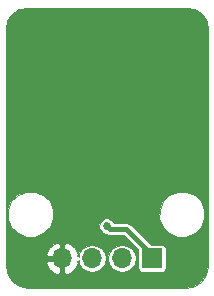
<source format=gbl>
%TF.GenerationSoftware,KiCad,Pcbnew,4.0.7*%
%TF.CreationDate,2018-07-15T20:08:15+02:00*%
%TF.ProjectId,RGBModule,5247424D6F64756C652E6B696361645F,rev?*%
%TF.FileFunction,Copper,L2,Bot,Signal*%
%FSLAX46Y46*%
G04 Gerber Fmt 4.6, Leading zero omitted, Abs format (unit mm)*
G04 Created by KiCad (PCBNEW 4.0.7) date 07/15/18 20:08:15*
%MOMM*%
%LPD*%
G01*
G04 APERTURE LIST*
%ADD10C,0.100000*%
%ADD11R,1.700000X1.700000*%
%ADD12O,1.700000X1.700000*%
%ADD13C,0.685800*%
%ADD14C,0.400000*%
G04 APERTURE END LIST*
D10*
D11*
X12827000Y-21793200D03*
D12*
X10287000Y-21793200D03*
X7747000Y-21793200D03*
X5207000Y-21793200D03*
D13*
X9017000Y-19050000D03*
D14*
X12827000Y-21793200D02*
X12827000Y-21463000D01*
X12827000Y-21463000D02*
X10668000Y-19304000D01*
X9271000Y-19304000D02*
X9017000Y-19050000D01*
X10668000Y-19304000D02*
X9271000Y-19304000D01*
D10*
G36*
X16451892Y-713654D02*
X17048623Y-1112377D01*
X17447346Y-1709108D01*
X17593500Y-2443875D01*
X17593500Y-22439314D01*
X17396318Y-23205633D01*
X16934509Y-23820038D01*
X16272728Y-24210949D01*
X15471888Y-24324500D01*
X2325686Y-24324500D01*
X1559367Y-24127318D01*
X944962Y-23665509D01*
X554051Y-23003728D01*
X441881Y-22212627D01*
X3862905Y-22212627D01*
X4125726Y-22695063D01*
X4553161Y-23040198D01*
X4787576Y-23137278D01*
X5003000Y-23045189D01*
X5003000Y-21997200D01*
X3953340Y-21997200D01*
X3862905Y-22212627D01*
X441881Y-22212627D01*
X440500Y-22202888D01*
X440500Y-21373773D01*
X3862905Y-21373773D01*
X3953340Y-21589200D01*
X5003000Y-21589200D01*
X5003000Y-20541211D01*
X5411000Y-20541211D01*
X5411000Y-21589200D01*
X5431000Y-21589200D01*
X5431000Y-21997200D01*
X5411000Y-21997200D01*
X5411000Y-23045189D01*
X5626424Y-23137278D01*
X5860839Y-23040198D01*
X6288274Y-22695063D01*
X6551095Y-22212627D01*
X6460661Y-21997202D01*
X6615000Y-21997202D01*
X6615000Y-21926410D01*
X6680843Y-22257425D01*
X6930999Y-22631809D01*
X7305383Y-22881965D01*
X7747000Y-22969808D01*
X8188617Y-22881965D01*
X8563001Y-22631809D01*
X8813157Y-22257425D01*
X8901000Y-21815808D01*
X8901000Y-21770592D01*
X9133000Y-21770592D01*
X9133000Y-21815808D01*
X9220843Y-22257425D01*
X9470999Y-22631809D01*
X9845383Y-22881965D01*
X10287000Y-22969808D01*
X10728617Y-22881965D01*
X11103001Y-22631809D01*
X11353157Y-22257425D01*
X11441000Y-21815808D01*
X11441000Y-21770592D01*
X11353157Y-21328975D01*
X11103001Y-20954591D01*
X10728617Y-20704435D01*
X10287000Y-20616592D01*
X9845383Y-20704435D01*
X9470999Y-20954591D01*
X9220843Y-21328975D01*
X9133000Y-21770592D01*
X8901000Y-21770592D01*
X8813157Y-21328975D01*
X8563001Y-20954591D01*
X8188617Y-20704435D01*
X7747000Y-20616592D01*
X7305383Y-20704435D01*
X6930999Y-20954591D01*
X6680843Y-21328975D01*
X6615000Y-21659990D01*
X6615000Y-21589198D01*
X6460661Y-21589198D01*
X6551095Y-21373773D01*
X6288274Y-20891337D01*
X5860839Y-20546202D01*
X5626424Y-20449122D01*
X5411000Y-20541211D01*
X5003000Y-20541211D01*
X4787576Y-20449122D01*
X4553161Y-20546202D01*
X4125726Y-20891337D01*
X3862905Y-21373773D01*
X440500Y-21373773D01*
X440500Y-18411068D01*
X635670Y-18411068D01*
X924926Y-19111121D01*
X1460062Y-19647192D01*
X2159609Y-19937669D01*
X2917068Y-19938330D01*
X3617121Y-19649074D01*
X4088905Y-19178112D01*
X8369987Y-19178112D01*
X8468265Y-19415961D01*
X8650082Y-19598096D01*
X8887759Y-19696788D01*
X8969210Y-19696859D01*
X9078127Y-19769635D01*
X9271000Y-19808000D01*
X10459236Y-19808000D01*
X11667045Y-21015809D01*
X11667045Y-22643200D01*
X11688243Y-22755855D01*
X11754822Y-22859323D01*
X11856410Y-22928735D01*
X11977000Y-22953155D01*
X13677000Y-22953155D01*
X13789655Y-22931957D01*
X13893123Y-22865378D01*
X13962535Y-22763790D01*
X13986955Y-22643200D01*
X13986955Y-20943200D01*
X13965757Y-20830545D01*
X13899178Y-20727077D01*
X13797590Y-20657665D01*
X13677000Y-20633245D01*
X12710009Y-20633245D01*
X11024382Y-18947618D01*
X10860873Y-18838365D01*
X10668000Y-18800000D01*
X9613649Y-18800000D01*
X9565735Y-18684039D01*
X9383918Y-18501904D01*
X9165161Y-18411068D01*
X13462670Y-18411068D01*
X13751926Y-19111121D01*
X14287062Y-19647192D01*
X14986609Y-19937669D01*
X15744068Y-19938330D01*
X16444121Y-19649074D01*
X16980192Y-19113938D01*
X17270669Y-18414391D01*
X17271330Y-17656932D01*
X16982074Y-16956879D01*
X16446938Y-16420808D01*
X15747391Y-16130331D01*
X14989932Y-16129670D01*
X14289879Y-16418926D01*
X13753808Y-16954062D01*
X13463331Y-17653609D01*
X13462670Y-18411068D01*
X9165161Y-18411068D01*
X9146241Y-18403212D01*
X8888888Y-18402987D01*
X8651039Y-18501265D01*
X8468904Y-18683082D01*
X8370212Y-18920759D01*
X8369987Y-19178112D01*
X4088905Y-19178112D01*
X4153192Y-19113938D01*
X4443669Y-18414391D01*
X4444330Y-17656932D01*
X4155074Y-16956879D01*
X3619938Y-16420808D01*
X2920391Y-16130331D01*
X2162932Y-16129670D01*
X1462879Y-16418926D01*
X926808Y-16954062D01*
X636331Y-17653609D01*
X635670Y-18411068D01*
X440500Y-18411068D01*
X440500Y-2443876D01*
X586654Y-1709108D01*
X985377Y-1112377D01*
X1582108Y-713654D01*
X2316875Y-567500D01*
X15717124Y-567500D01*
X16451892Y-713654D01*
X16451892Y-713654D01*
G37*
X16451892Y-713654D02*
X17048623Y-1112377D01*
X17447346Y-1709108D01*
X17593500Y-2443875D01*
X17593500Y-22439314D01*
X17396318Y-23205633D01*
X16934509Y-23820038D01*
X16272728Y-24210949D01*
X15471888Y-24324500D01*
X2325686Y-24324500D01*
X1559367Y-24127318D01*
X944962Y-23665509D01*
X554051Y-23003728D01*
X441881Y-22212627D01*
X3862905Y-22212627D01*
X4125726Y-22695063D01*
X4553161Y-23040198D01*
X4787576Y-23137278D01*
X5003000Y-23045189D01*
X5003000Y-21997200D01*
X3953340Y-21997200D01*
X3862905Y-22212627D01*
X441881Y-22212627D01*
X440500Y-22202888D01*
X440500Y-21373773D01*
X3862905Y-21373773D01*
X3953340Y-21589200D01*
X5003000Y-21589200D01*
X5003000Y-20541211D01*
X5411000Y-20541211D01*
X5411000Y-21589200D01*
X5431000Y-21589200D01*
X5431000Y-21997200D01*
X5411000Y-21997200D01*
X5411000Y-23045189D01*
X5626424Y-23137278D01*
X5860839Y-23040198D01*
X6288274Y-22695063D01*
X6551095Y-22212627D01*
X6460661Y-21997202D01*
X6615000Y-21997202D01*
X6615000Y-21926410D01*
X6680843Y-22257425D01*
X6930999Y-22631809D01*
X7305383Y-22881965D01*
X7747000Y-22969808D01*
X8188617Y-22881965D01*
X8563001Y-22631809D01*
X8813157Y-22257425D01*
X8901000Y-21815808D01*
X8901000Y-21770592D01*
X9133000Y-21770592D01*
X9133000Y-21815808D01*
X9220843Y-22257425D01*
X9470999Y-22631809D01*
X9845383Y-22881965D01*
X10287000Y-22969808D01*
X10728617Y-22881965D01*
X11103001Y-22631809D01*
X11353157Y-22257425D01*
X11441000Y-21815808D01*
X11441000Y-21770592D01*
X11353157Y-21328975D01*
X11103001Y-20954591D01*
X10728617Y-20704435D01*
X10287000Y-20616592D01*
X9845383Y-20704435D01*
X9470999Y-20954591D01*
X9220843Y-21328975D01*
X9133000Y-21770592D01*
X8901000Y-21770592D01*
X8813157Y-21328975D01*
X8563001Y-20954591D01*
X8188617Y-20704435D01*
X7747000Y-20616592D01*
X7305383Y-20704435D01*
X6930999Y-20954591D01*
X6680843Y-21328975D01*
X6615000Y-21659990D01*
X6615000Y-21589198D01*
X6460661Y-21589198D01*
X6551095Y-21373773D01*
X6288274Y-20891337D01*
X5860839Y-20546202D01*
X5626424Y-20449122D01*
X5411000Y-20541211D01*
X5003000Y-20541211D01*
X4787576Y-20449122D01*
X4553161Y-20546202D01*
X4125726Y-20891337D01*
X3862905Y-21373773D01*
X440500Y-21373773D01*
X440500Y-18411068D01*
X635670Y-18411068D01*
X924926Y-19111121D01*
X1460062Y-19647192D01*
X2159609Y-19937669D01*
X2917068Y-19938330D01*
X3617121Y-19649074D01*
X4088905Y-19178112D01*
X8369987Y-19178112D01*
X8468265Y-19415961D01*
X8650082Y-19598096D01*
X8887759Y-19696788D01*
X8969210Y-19696859D01*
X9078127Y-19769635D01*
X9271000Y-19808000D01*
X10459236Y-19808000D01*
X11667045Y-21015809D01*
X11667045Y-22643200D01*
X11688243Y-22755855D01*
X11754822Y-22859323D01*
X11856410Y-22928735D01*
X11977000Y-22953155D01*
X13677000Y-22953155D01*
X13789655Y-22931957D01*
X13893123Y-22865378D01*
X13962535Y-22763790D01*
X13986955Y-22643200D01*
X13986955Y-20943200D01*
X13965757Y-20830545D01*
X13899178Y-20727077D01*
X13797590Y-20657665D01*
X13677000Y-20633245D01*
X12710009Y-20633245D01*
X11024382Y-18947618D01*
X10860873Y-18838365D01*
X10668000Y-18800000D01*
X9613649Y-18800000D01*
X9565735Y-18684039D01*
X9383918Y-18501904D01*
X9165161Y-18411068D01*
X13462670Y-18411068D01*
X13751926Y-19111121D01*
X14287062Y-19647192D01*
X14986609Y-19937669D01*
X15744068Y-19938330D01*
X16444121Y-19649074D01*
X16980192Y-19113938D01*
X17270669Y-18414391D01*
X17271330Y-17656932D01*
X16982074Y-16956879D01*
X16446938Y-16420808D01*
X15747391Y-16130331D01*
X14989932Y-16129670D01*
X14289879Y-16418926D01*
X13753808Y-16954062D01*
X13463331Y-17653609D01*
X13462670Y-18411068D01*
X9165161Y-18411068D01*
X9146241Y-18403212D01*
X8888888Y-18402987D01*
X8651039Y-18501265D01*
X8468904Y-18683082D01*
X8370212Y-18920759D01*
X8369987Y-19178112D01*
X4088905Y-19178112D01*
X4153192Y-19113938D01*
X4443669Y-18414391D01*
X4444330Y-17656932D01*
X4155074Y-16956879D01*
X3619938Y-16420808D01*
X2920391Y-16130331D01*
X2162932Y-16129670D01*
X1462879Y-16418926D01*
X926808Y-16954062D01*
X636331Y-17653609D01*
X635670Y-18411068D01*
X440500Y-18411068D01*
X440500Y-2443876D01*
X586654Y-1709108D01*
X985377Y-1112377D01*
X1582108Y-713654D01*
X2316875Y-567500D01*
X15717124Y-567500D01*
X16451892Y-713654D01*
M02*

</source>
